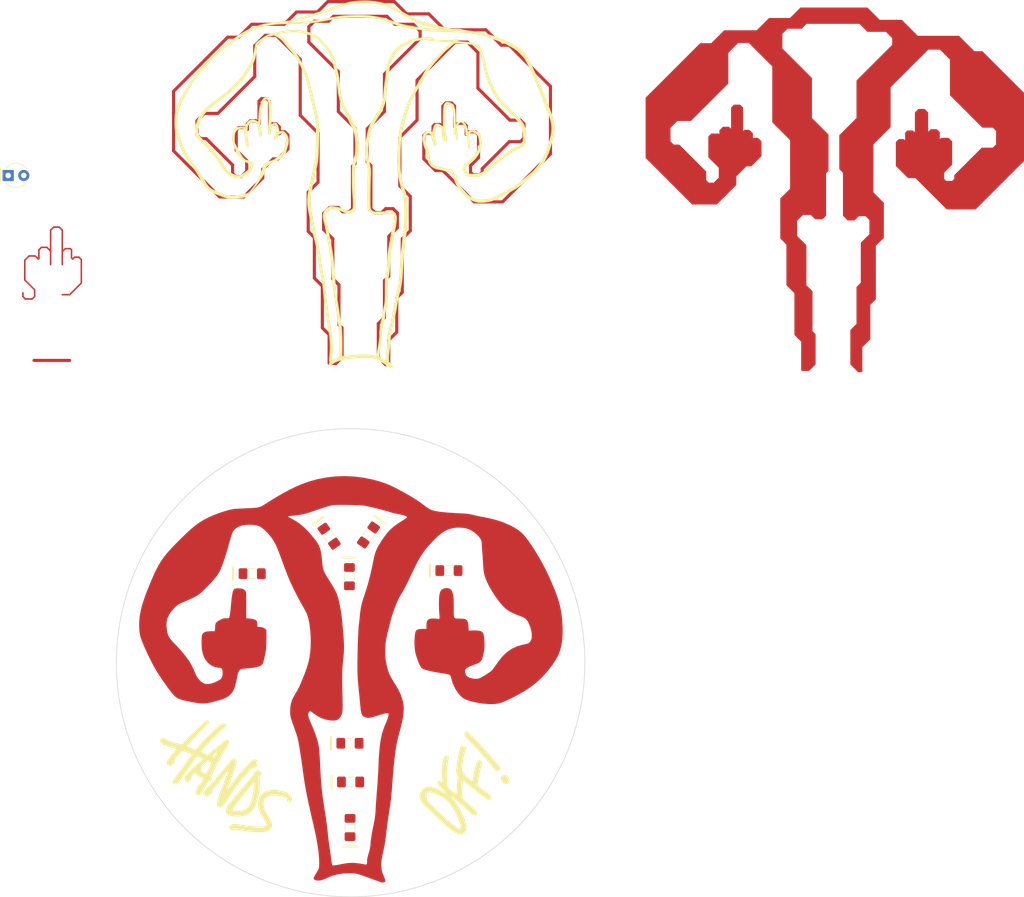
<source format=kicad_pcb>
(kicad_pcb (version 20240108) (generator "pcbnew") (generator_version "8.0")
  (layers (0 "F.Cu" signal) (31 "B.Cu" signal) (34 "B.Paste" user) (35 "F.Paste" user) (36 "B.SilkS" user "B.Silkscreen") (37 "F.SilkS" user "F.Silkscreen") (38 "B.Mask" user) (39 "F.Mask" user) (44 "Edge.Cuts" user))
  (net 0 "")
  (footprint "FUterus:Hands" (layer "F.Cu") (at 133.5 183.2 -45)
    (property "Reference" "G***" (hide yes))
    (property "Value" "LOGO" (hide yes))
  )
  (footprint "FUterus:VagArmsSM" (layer "F.Cu") (at 153.099999 163.900002)
    (property "Reference" "G***" (hide yes))
    (property "Value" "LOGO" (hide yes))
  )
  (footprint "Alpenglow:LED_1206+" (layer "F.Cu") (at 156.5 143.3 -125)
    (property "Reference" "D7" (hide yes))
    (property "Value" "LED")
  )
  (footprint "Alpenglow:LED_1206+" (layer "F.Cu") (at 137.5881 149.6)
    (property "Reference" "D6" (hide yes))
    (property "Value" "LED")
  )
  (footprint "Alpenglow:LED_1206+" (layer "F.Cu") (at 153.5881 183.5)
    (property "Reference" "D1" (hide yes))
    (property "Value" "LED")
  )
  (footprint "FUterus:VagBadge" (layer "F.Cu") (at 155.899993 86.200005)
    (property "Reference" "G***" (hide yes))
    (property "Value" "LOGO" (hide yes))
  )
  (footprint "Alpenglow:LED_D3.0mm" (layer "F.Cu") (at 97.9 84.8)
    (property "Reference" "D1" (hide yes))
    (property "Value" "LED")
  )
  (footprint "Alpenglow:LED_1206+" (layer "F.Cu") (at 153.4881 177.2)
    (property "Reference" "D3" (hide yes))
    (property "Value" "LED")
  )
  (footprint "FUterus:Off" (layer "F.Cu") (at 171.2 183.6 45)
    (property "Reference" "G***" (hide yes))
    (property "Value" "LOGO" (hide yes))
  )
  (footprint "Alpenglow:LED_1206+" (layer "F.Cu") (at 153.5 190.9119 90)
    (property "Reference" "D4" (hide yes))
    (property "Value" "LED")
  )
  (footprint "Alpenglow:LED_1206+" (layer "F.Cu") (at 153.4 150.0881 -90)
    (property "Reference" "D8" (hide yes))
    (property "Value" "LED")
  )
  (footprint "Alpenglow:LED_1206+" (layer "F.Cu") (at 169.5881 149.1)
    (property "Reference" "D5" (hide yes))
    (property "Value" "LED")
  )
  (footprint "FUterus:VagArmsCU" (layer "F.Cu") (at 153.1 163.8)
    (property "Reference" "G***" (hide yes))
    (property "Value" "LOGO" (hide yes))
  )
  (footprint "Alpenglow:LED_1206+" (layer "F.Cu") (at 150.1 143.5 -55)
    (property "Reference" "D2" (hide yes))
    (property "Value" "LED")
  )
  (gr_line (start 102.100006 114.9) (end 107.899995 114.9) (stroke (width 0.508)) (layer "F.Cu"))
  (gr_poly (pts (xy 225.2 59.3) (xy 221.7 59.3) (xy 219.7 61.3) (xy 214.4 61.3) (xy 212.3 63.4) (xy 210.5 63.4) (xy 201.7 72.2) (xy 201.7 81.9) (xy 209.2 89.4) (xy 213.1 89.4) (xy 216.2 86.3) (xy 216.2 84.9) (xy 217.9 83.2) (xy 218.7 83.2) (xy 220.3 81.6) (xy 220.3 79.3) (xy 219.8 78.8) (xy 219.2 78.8) (xy 218.9 79.1) (xy 218.9 78) (xy 218.4 77.5) (xy 217.7 77.5) (xy 217.3 77.9) (xy 217.3 73.8) (xy 216.9 73.4) (xy 216 73.4) (xy 215.6 73.8) (xy 215.6 77.5) (xy 215.1 77) (xy 214.2 77) (xy 213.7 77.5) (xy 213.7 78.4) (xy 213.4 78.1) (xy 212.3 78.1) (xy 211.9 78.5) (xy 211.9 81.8) (xy 213.6 83.5) (xy 213.6 85.2) (xy 212.7 86.1) (xy 211.8 86.1) (xy 211.3 85.6) (xy 211.3 84.2) (xy 207 79.9) (xy 206.1 79.9) (xy 205.5 79.3) (xy 205.5 77) (xy 206.7 75.8) (xy 208.9 75.8) (xy 214.9 69.8) (xy 214.9 64.8) (xy 216.6 63.1) (xy 218.4 63.1) (xy 222.3 67) (xy 222.3 76.1) (xy 225.2 79) (xy 225.2 87) (xy 223.6 88.6) (xy 223.6 95) (xy 224.6 96) (xy 224.6 102.6) (xy 225.9 103.9) (xy 225.9 110.7) (xy 227 111.8) (xy 227 116.4) (xy 227.1 116.5) (xy 228.1 116.5) (xy 229.1 115.5) (xy 229.1 110.7) (xy 228.6 110.2) (xy 228.6 103.7) (xy 227.6 102.7) (xy 227.6 96.2) (xy 226.1 94.7) (xy 226.1 92.1) (xy 227.1 91.1) (xy 228.5 91.1) (xy 229.2 91.8) (xy 230.3 91.8) (xy 230.8 91.3) (xy 230.8 84.4) (xy 231.2 84) (xy 231.2 78.2) (xy 228.5 75.5) (xy 228.5 69) (xy 223.7 64.2) (xy 223.7 61.7) (xy 224.6 60.8) (xy 226.9 60.8) (xy 227.7 60) (xy 236.4 60) (xy 237.7 61.3) (xy 240.7 61.3) (xy 241.8 62.4) (xy 241.8 63.6) (xy 236 69.4) (xy 236 75.5) (xy 233.2 78.3) (xy 233.2 83.7) (xy 233.8 84.3) (xy 233.8 91.3) (xy 234.5 92) (xy 235.5 92) (xy 236.2 91.3) (xy 237.4 91.3) (xy 238.1 92) (xy 238.1 94.4) (xy 236.7 95.8) (xy 236.7 102.3) (xy 236 103) (xy 236 109) (xy 235 110) (xy 235 115.5) (xy 236.2 116.7) (xy 236.7 116.7) (xy 236.7 112.7) (xy 238 111.4) (xy 238 105.8) (xy 238.9 104.9) (xy 238.9 96.2) (xy 240.2 94.9) (xy 240.2 89.3) (xy 238.5 87.6) (xy 238.5 79.7) (xy 241.3 76.9) (xy 241.3 70.4) (xy 247.5 64.2) (xy 249.5 64.2) (xy 251.2 65.9) (xy 251.2 71.7) (xy 256.4 76.9) (xy 258.1 76.9) (xy 258.7 77.5) (xy 258.7 79.8) (xy 258.1 80.4) (xy 256.3 80.4) (xy 251.9 84.8) (xy 251.9 85.4) (xy 251.5 85.8) (xy 250.4 85.8) (xy 250 85.4) (xy 250 84.3) (xy 251.3 83) (xy 251.3 79.3) (xy 250.8 78.8) (xy 249.7 78.8) (xy 249.3 79.2) (xy 249.3 77.8) (xy 248.9 77.4) (xy 248 77.4) (xy 247.4 78) (xy 247.4 74.6) (xy 246.9 74.1) (xy 246 74.1) (xy 245.5 74.6) (xy 245.5 78.1) (xy 245 77.6) (xy 244.2 77.6) (xy 243.9 77.9) (xy 243.9 79.4) (xy 243.5 79) (xy 242.8 79) (xy 242.4 79.4) (xy 242.4 83.2) (xy 244.3 85.1) (xy 245.5 85.1) (xy 250.6 90.2) (xy 255.2 90.2) (xy 263 82.4) (xy 263 71.4) (xy 256.3 64.7) (xy 255 64.7) (xy 252.5 62.2) (xy 245.8 62.2) (xy 243.2 59.6) (xy 239.6 59.6) (xy 237.6 57.6) (xy 226.8 57.6) (xy 225.1 59.3)) (stroke (width 0.254)) (fill solid) (layer "F.Cu"))
  (gr_circle (center 153.6 164.1) (end 191.7 164.1) (stroke (width 0.1)) (fill none) (layer "Edge.Cuts"))
  (segment (start 167.3 76.5) (end 168.1 76.5) (width 0.508) (layer "F.Cu") (net 0))
  (segment (start 186.1 70.3) (end 186.1 81.3) (width 0.508) (layer "F.Cu") (net 0))
  (segment (start 159.5 58.9) (end 150.8 58.9) (width 0.508) (layer "F.Cu") (net 0))
  (segment (start 151.7 102.6) (end 151.7 109.1) (width 0.508) (layer "F.Cu") (net 0))
  (segment (start 102.8 98.4) (end 102.9 98.3) (width 0.25) (layer "F.Cu") (net 0))
  (segment (start 163.3 88.2) (end 163.3 93.8) (width 0.508) (layer "F.Cu") (net 0))
  (segment (start 109.4 98.1) (end 108.7 98.1) (width 0.25) (layer "F.Cu") (net 0))
  (segment (start 158.1 108.9) (end 159.1 107.9) (width 0.508) (layer "F.Cu") (net 0))
  (segment (start 161.6 78.6) (end 161.6 86.5) (width 0.508) (layer "F.Cu") (net 0))
  (segment (start 159.1 101.9) (end 159.8 101.2) (width 0.508) (layer "F.Cu") (net 0))
  (segment (start 150.2 90) (end 149.2 91) (width 0.508) (layer "F.Cu") (net 0))
  (segment (start 168.6 73.5) (end 169.1 73) (width 0.508) (layer "F.Cu") (net 0))
  (segment (start 150.1 115.3) (end 150.1 110.7) (width 0.508) (layer "F.Cu") (net 0))
  (segment (start 170.5 73.5) (end 170.5 76.9) (width 0.508) (layer "F.Cu") (net 0))
  (segment (start 104.8 97.1) (end 104.8 97.2) (width 0.25) (layer "F.Cu") (net 0))
  (segment (start 181.2 79.3) (end 181.8 78.7) (width 0.508) (layer "F.Cu") (net 0))
  (segment (start 152.2 109.6) (end 152.2 114.4) (width 0.508) (layer "F.Cu") (net 0))
  (segment (start 172 76.3) (end 172.4 76.7) (width 0.508) (layer "F.Cu") (net 0))
  (segment (start 100.3 104.5) (end 100.7 104.9) (width 0.25) (layer "F.Cu") (net 0))
  (segment (start 156.9 83.2) (end 156.3 82.6) (width 0.508) (layer "F.Cu") (net 0))
  (segment (start 171.1 76.3) (end 172 76.3) (width 0.508) (layer "F.Cu") (net 0))
  (segment (start 167 78.3) (end 167 76.8) (width 0.508) (layer "F.Cu") (net 0))
  (segment (start 143.4 78.2) (end 143.4 80.5) (width 0.508) (layer "F.Cu") (net 0))
  (segment (start 164.9 62.5) (end 164.9 61.3) (width 0.508) (layer "F.Cu") (net 0))
  (segment (start 138 63.7) (end 138 68.7) (width 0.508) (layer "F.Cu") (net 0))
  (segment (start 135 77.4) (end 135.4 77) (width 0.508) (layer "F.Cu") (net 0))
  (segment (start 153.9 90.2) (end 153.4 90.7) (width 0.508) (layer "F.Cu") (net 0))
  (segment (start 165.5 82.1) (end 165.5 78.3) (width 0.508) (layer "F.Cu") (net 0))
  (segment (start 167 76.8) (end 167.3 76.5) (width 0.508) (layer "F.Cu") (net 0))
  (segment (start 146.8 63.1) (end 151.6 67.9) (width 0.508) (layer "F.Cu") (net 0))
  (segment (start 144.8 58.2) (end 148.2 58.2) (width 0.508) (layer "F.Cu") (net 0))
  (segment (start 130.1 78.8) (end 134.4 83.1) (width 0.508) (layer "F.Cu") (net 0))
  (segment (start 156.3 82.6) (end 156.3 77.2) (width 0.508) (layer "F.Cu") (net 0))
  (segment (start 165.5 78.3) (end 165.9 77.9) (width 0.508) (layer "F.Cu") (net 0))
  (segment (start 151.6 90) (end 150.2 90) (width 0.508) (layer "F.Cu") (net 0))
  (segment (start 150.8 58.9) (end 150 59.7) (width 0.508) (layer "F.Cu") (net 0))
  (segment (start 174.3 70.6) (end 174.3 64.8) (width 0.508) (layer "F.Cu") (net 0))
  (segment (start 175.6 61.1) (end 178.1 63.6) (width 0.508) (layer "F.Cu") (net 0))
  (segment (start 148.2 58.2) (end 148.3 58.2) (width 0.508) (layer "F.Cu") (net 0))
  (segment (start 124.8 80.8) (end 124.8 71.1) (width 0.508) (layer "F.Cu") (net 0))
  (segment (start 162 95.1) (end 162 103.8) (width 0.508) (layer "F.Cu") (net 0))
  (segment (start 163.3 93.8) (end 162 95.1) (width 0.508) (layer "F.Cu") (net 0))
  (segment (start 151.6 67.9) (end 151.6 74.4) (width 0.508) (layer "F.Cu") (net 0))
  (segment (start 159.8 101.2) (end 159.8 94.7) (width 0.508) (layer "F.Cu") (net 0))
  (segment (start 174.6 84.7) (end 175 84.3) (width 0.508) (layer "F.Cu") (net 0))
  (segment (start 150.1 110.7) (end 149 109.6) (width 0.508) (layer "F.Cu") (net 0))
  (segment (start 172.4 78.1) (end 172.8 77.7) (width 0.508) (layer "F.Cu") (net 0))
  (segment (start 161.2 93.3) (end 161.2 90.9) (width 0.508) (layer "F.Cu") (net 0))
  (segment (start 175 84.3) (end 175 83.7) (width 0.508) (layer "F.Cu") (net 0))
  (segment (start 159.8 94.7) (end 161.2 93.3) (width 0.508) (layer "F.Cu") (net 0))
  (segment (start 147.7 94.9) (end 146.7 93.9) (width 0.508) (layer "F.Cu") (net 0))
  (segment (start 150.7 101.6) (end 151.7 102.6) (width 0.508) (layer "F.Cu") (net 0))
  (segment (start 158.6 90.9) (end 157.6 90.9) (width 0.508) (layer "F.Cu") (net 0))
  (segment (start 164.4 75.8) (end 161.6 78.6) (width 0.508) (layer "F.Cu") (net 0))
  (segment (start 150 59.7) (end 147.7 59.7) (width 0.508) (layer "F.Cu") (net 0))
  (segment (start 173.9 77.7) (end 174.4 78.2) (width 0.508) (layer "F.Cu") (net 0))
  (segment (start 149.9 56.5) (end 160.7 56.5) (width 0.508) (layer "F.Cu") (net 0))
  (segment (start 108.4 98.4) (end 108.2 98.2) (width 0.25) (layer "F.Cu") (net 0))
  (segment (start 151.6 74.4) (end 154.3 77.1) (width 0.508) (layer "F.Cu") (net 0))
  (segment (start 172.6 63.1) (end 170.6 63.1) (width 0.508) (layer "F.Cu") (net 0))
  (segment (start 152.3 90.7) (end 151.6 90) (width 0.508) (layer "F.Cu") (net 0))
  (segment (start 124.8 71.1) (end 133.6 62.3) (width 0.508) (layer "F.Cu") (net 0))
  (segment (start 134.4 84.5) (end 134.9 85) (width 0.508) (layer "F.Cu") (net 0))
  (segment (start 159.1 107.9) (end 159.1 101.9) (width 0.508) (layer "F.Cu") (net 0))
  (segment (start 104.8 93.7) (end 104.8 97.2) (width 0.25) (layer "F.Cu") (net 0))
  (segment (start 142.9 77.7) (end 143.4 78.2) (width 0.508) (layer "F.Cu") (net 0))
  (segment (start 162 103.8) (end 161.1 104.7) (width 0.508) (layer "F.Cu") (net 0))
  (segment (start 100.3 103.9) (end 100.3 104.5) (width 0.25) (layer "F.Cu") (net 0))
  (segment (start 139.3 83.8) (end 139.3 85.2) (width 0.508) (layer "F.Cu") (net 0))
  (segment (start 175 83.7) (end 179.4 79.3) (width 0.508) (layer "F.Cu") (net 0))
  (segment (start 129.8 74.7) (end 128.6 75.9) (width 0.508) (layer "F.Cu") (net 0))
  (segment (start 146.7 87.5) (end 148.3 85.9) (width 0.508) (layer "F.Cu") (net 0))
  (segment (start 151.7 109.1) (end 152.2 109.6) (width 0.508) (layer "F.Cu") (net 0))
  (segment (start 135 80.7) (end 135 77.4) (width 0.508) (layer "F.Cu") (net 0))
  (segment (start 181.8 78.7) (end 181.8 76.4) (width 0.508) (layer "F.Cu") (net 0))
  (segment (start 128.6 75.9) (end 128.6 78.2) (width 0.508) (layer "F.Cu") (net 0))
  (segment (start 139.7 62) (end 138 63.7) (width 0.508) (layer "F.Cu") (net 0))
  (segment (start 168.9 61.1) (end 175.6 61.1) (width 0.508) (layer "F.Cu") (net 0))
  (segment (start 166.3 58.5) (end 168.9 61.1) (width 0.508) (layer "F.Cu") (net 0))
  (segment (start 108.2 96.9) (end 108 96.7) (width 0.25) (layer "F.Cu") (net 0))
  (segment (start 148.3 77.9) (end 145.4 75) (width 0.508) (layer "F.Cu") (net 0))
  (segment (start 101.8 104.9) (end 102.2 104.5) (width 0.25) (layer "F.Cu") (net 0))
  (segment (start 172.4 76.7) (end 172.4 78.1) (width 0.508) (layer "F.Cu") (net 0))
  (segment (start 136.5 77) (end 136.8 77.3) (width 0.508) (layer "F.Cu") (net 0))
  (segment (start 102.9 96.9) (end 103.3 96.5) (width 0.25) (layer "F.Cu") (net 0))
  (segment (start 158.1 114.4) (end 158.1 108.9) (width 0.508) (layer "F.Cu") (net 0))
  (segment (start 106.2 93.2) (end 105.3 93.2) (width 0.25) (layer "F.Cu") (net 0))
  (segment (start 128.6 78.2) (end 129.2 78.8) (width 0.508) (layer "F.Cu") (net 0))
  (segment (start 106.7 93.7) (end 106.2 93.2) (width 0.25) (layer "F.Cu") (net 0))
  (segment (start 138.7 72.7) (end 139.1 72.3) (width 0.508) (layer "F.Cu") (net 0))
  (segment (start 159.3 115.6) (end 158.1 114.4) (width 0.508) (layer "F.Cu") (net 0))
  (segment (start 108.2 98.2) (end 108.2 96.9) (width 0.25) (layer "F.Cu") (net 0))
  (segment (start 140.8 76.4) (end 141.5 76.4) (width 0.508) (layer "F.Cu") (net 0))
  (segment (start 157.6 90.9) (end 156.9 90.2) (width 0.508) (layer "F.Cu") (net 0))
  (segment (start 149.2 93.6) (end 150.7 95.1) (width 0.508) (layer "F.Cu") (net 0))
  (segment (start 163.8 60.2) (end 160.8 60.2) (width 0.508) (layer "F.Cu") (net 0))
  (segment (start 147.7 59.7) (end 146.8 60.6) (width 0.508) (layer "F.Cu") (net 0))
  (segment (start 102.3 97.9) (end 102.8 98.4) (width 0.25) (layer "F.Cu") (net 0))
  (segment (start 109.8 102.3) (end 109.8 98.5) (width 0.25) (layer "F.Cu") (net 0))
  (segment (start 142 76.9) (end 142 78) (width 0.508) (layer "F.Cu") (net 0))
  (segment (start 174.3 64.8) (end 172.6 63.1) (width 0.508) (layer "F.Cu") (net 0))
  (segment (start 159.1 68.3) (end 164.9 62.5) (width 0.508) (layer "F.Cu") (net 0))
  (segment (start 160.8 60.2) (end 159.5 58.9) (width 0.508) (layer "F.Cu") (net 0))
  (segment (start 135.4 77) (end 136.5 77) (width 0.508) (layer "F.Cu") (net 0))
  (segment (start 148.3 85.9) (end 148.3 77.9) (width 0.508) (layer "F.Cu") (net 0))
  (segment (start 108 96.7) (end 107.2 96.7) (width 0.25) (layer "F.Cu") (net 0))
  (segment (start 103.3 96.5) (end 104.2 96.5) (width 0.25) (layer "F.Cu") (net 0))
  (segment (start 142.3 77.7) (end 142.9 77.7) (width 0.508) (layer "F.Cu") (net 0))
  (segment (start 141.5 76.4) (end 142 76.9) (width 0.508) (layer "F.Cu") (net 0))
  (segment (start 133.6 62.3) (end 135.4 62.3) (width 0.508) (layer "F.Cu") (net 0))
  (segment (start 168.6 84) (end 167.4 84) (width 0.508) (layer "F.Cu") (net 0))
  (segment (start 159.1 74.4) (end 159.1 68.3) (width 0.508) (layer "F.Cu") (net 0))
  (segment (start 141.5 62) (end 139.7 62) (width 0.508) (layer "F.Cu") (net 0))
  (segment (start 136.2 88.3) (end 132.3 88.3) (width 0.508) (layer "F.Cu") (net 0))
  (segment (start 161.1 104.7) (end 161.1 110.3) (width 0.508) (layer "F.Cu") (net 0))
  (segment (start 165.9 77.9) (end 166.6 77.9) (width 0.508) (layer "F.Cu") (net 0))
  (segment (start 101.3 97.9) (end 102.3 97.9) (width 0.25) (layer "F.Cu") (net 0))
  (segment (start 135.8 85) (end 136.7 84.1) (width 0.508) (layer "F.Cu") (net 0))
  (segment (start 172.8 77.7) (end 173.9 77.7) (width 0.508) (layer "F.Cu") (net 0))
  (segment (start 167.4 84) (end 165.5 82.1) (width 0.508) (layer "F.Cu") (net 0))
  (segment (start 168.1 76.5) (end 168.6 77) (width 0.508) (layer "F.Cu") (net 0))
  (segment (start 107.9 104.2) (end 109.8 102.3) (width 0.25) (layer "F.Cu") (net 0))
  (segment (start 106.7 97.2) (end 106.7 93.7) (width 0.25) (layer "F.Cu") (net 0))
  (segment (start 159.8 111.6) (end 159.8 115.6) (width 0.508) (layer "F.Cu") (net 0))
  (segment (start 164.9 61.3) (end 163.8 60.2) (width 0.508) (layer "F.Cu") (net 0))
  (segment (start 134.9 85) (end 135.8 85) (width 0.508) (layer "F.Cu") (net 0))
  (segment (start 108.7 98.1) (end 108.4 98.4) (width 0.25) (layer "F.Cu") (net 0))
  (segment (start 149 102.8) (end 147.7 101.5) (width 0.508) (layer "F.Cu") (net 0))
  (segment (start 164.4 69.3) (end 164.4 75.8) (width 0.508) (layer "F.Cu") (net 0))
  (segment (start 146.7 93.9) (end 146.7 87.5) (width 0.508) (layer "F.Cu") (net 0))
  (segment (start 160.7 56.5) (end 162.7 58.5) (width 0.508) (layer "F.Cu") (net 0))
  (segment (start 104.2 96.5) (end 104.8 97.1) (width 0.25) (layer "F.Cu") (net 0))
  (segment (start 178.1 63.6) (end 179.4 63.6) (width 0.508) (layer "F.Cu") (net 0))
  (segment (start 139.3 85.2) (end 136.2 88.3) (width 0.508) (layer "F.Cu") (net 0))
  (segment (start 102.9 98.3) (end 102.9 96.9) (width 0.25) (layer "F.Cu") (net 0))
  (segment (start 149 109.6) (end 149 102.8) (width 0.508) (layer "F.Cu") (net 0))
  (segment (start 153.9 83.3) (end 153.9 90.2) (width 0.508) (layer "F.Cu") (net 0))
  (segment (start 137.3 75.9) (end 138.2 75.9) (width 0.508) (layer "F.Cu") (net 0))
  (segment (start 142 78) (end 142.3 77.7) (width 0.508) (layer "F.Cu") (net 0))
  (segment (start 143.4 80.5) (end 141.8 82.1) (width 0.508) (layer "F.Cu") (net 0))
  (segment (start 136.8 77.3) (end 136.8 76.4) (width 0.508) (layer "F.Cu") (net 0))
  (segment (start 145.4 75) (end 145.4 65.9) (width 0.508) (layer "F.Cu") (net 0))
  (segment (start 145.4 65.9) (end 141.5 62) (width 0.508) (layer "F.Cu") (net 0))
  (segment (start 109.8 98.5) (end 109.4 98.1) (width 0.25) (layer "F.Cu") (net 0))
  (segment (start 138.2 75.9) (end 138.7 76.4) (width 0.508) (layer "F.Cu") (net 0))
  (segment (start 156.9 90.2) (end 156.9 83.2) (width 0.508) (layer "F.Cu") (net 0))
  (segment (start 104.8 97.2) (end 104.8 99.3) (width 0.25) (layer "F.Cu") (net 0))
  (segment (start 161.2 90.9) (end 160.5 90.2) (width 0.508) (layer "F.Cu") (net 0))
  (segment (start 100.6 101.8) (end 100.6 98.6) (width 0.25) (layer "F.Cu") (net 0))
  (segment (start 107.2 96.7) (end 106.7 97.2) (width 0.25) (layer "F.Cu") (net 0))
  (segment (start 154.3 82.9) (end 153.9 83.3) (width 0.508) (layer "F.Cu") (net 0))
  (segment (start 154.3 77.1) (end 154.3 82.9) (width 0.508) (layer "F.Cu") (net 0))
  (segment (start 173.1 83.2) (end 173.1 84.3) (width 0.508) (layer "F.Cu") (net 0))
  (segment (start 169.1 73) (end 170 73) (width 0.508) (layer "F.Cu") (net 0))
  (segment (start 132 74.7) (end 129.8 74.7) (width 0.508) (layer "F.Cu") (net 0))
  (segment (start 129.2 78.8) (end 130.1 78.8) (width 0.508) (layer "F.Cu") (net 0))
  (segment (start 170 73) (end 170.5 73.5) (width 0.508) (layer "F.Cu") (net 0))
  (segment (start 156.3 77.2) (end 159.1 74.4) (width 0.508) (layer "F.Cu") (net 0))
  (segment (start 161.6 86.5) (end 163.3 88.2) (width 0.508) (layer "F.Cu") (net 0))
  (segment (start 174.4 81.9) (end 173.1 83.2) (width 0.508) (layer "F.Cu") (net 0))
  (segment (start 138 68.7) (end 132 74.7) (width 0.508) (layer "F.Cu") (net 0))
  (segment (start 170.6 63.1) (end 164.4 69.3) (width 0.508) (layer "F.Cu") (net 0))
  (segment (start 132.3 88.3) (end 124.8 80.8) (width 0.508) (layer "F.Cu") (net 0))
  (segment (start 136.7 84.1) (end 136.7 82.4) (width 0.508) (layer "F.Cu") (net 0))
  (segment (start 181.2 75.8) (end 179.5 75.8) (width 0.508) (layer "F.Cu") (net 0))
  (segment (start 141.8 82.1) (end 141 82.1) (width 0.508) (layer "F.Cu") (net 0))
  (segment (start 159.8 115.6) (end 159.3 115.6) (width 0.508) (layer "F.Cu") (net 0))
  (segment (start 170.5 76.9) (end 171.1 76.3) (width 0.508) (layer "F.Cu") (net 0))
  (segment (start 102.2 104.5) (end 102.2 103.4) (width 0.25) (layer "F.Cu") (net 0))
  (segment (start 173.1 84.3) (end 173.5 84.7) (width 0.508) (layer "F.Cu") (net 0))
  (segment (start 178.3 89.1) (end 173.7 89.1) (width 0.508) (layer "F.Cu") (net 0))
  (segment (start 141 82.1) (end 139.3 83.8) (width 0.508) (layer "F.Cu") (net 0))
  (segment (start 138.7 76.4) (end 138.7 72.7) (width 0.508) (layer "F.Cu") (net 0))
  (segment (start 140.4 72.7) (end 140.4 76.8) (width 0.508) (layer "F.Cu") (net 0))
  (segment (start 142.8 60.2) (end 144.8 58.2) (width 0.508) (layer "F.Cu") (net 0))
  (segment (start 186.1 81.3) (end 178.3 89.1) (width 0.508) (layer "F.Cu") (net 0))
  (segment (start 149.2 91) (end 149.2 93.6) (width 0.508) (layer "F.Cu") (net 0))
  (segment (start 146.8 60.6) (end 146.8 63.1) (width 0.508) (layer "F.Cu") (net 0))
  (segment (start 100.7 104.9) (end 101.8 104.9) (width 0.25) (layer "F.Cu") (net 0))
  (segment (start 135.4 62.3) (end 137.5 60.2) (width 0.508) (layer "F.Cu") (net 0))
  (segment (start 140.4 76.8) (end 140.8 76.4) (width 0.508) (layer "F.Cu") (net 0))
  (segment (start 179.4 63.6) (end 186.1 70.3) (width 0.508) (layer "F.Cu") (net 0))
  (segment (start 181.8 76.4) (end 181.2 75.8) (width 0.508) (layer "F.Cu") (net 0))
  (segment (start 173.7 89.1) (end 168.6 84) (width 0.508) (layer "F.Cu") (net 0))
  (segment (start 179.4 79.3) (end 181.2 79.3) (width 0.508) (layer "F.Cu") (net 0))
  (segment (start 150.2 115.4) (end 150.1 115.3) (width 0.508) (layer "F.Cu") (net 0))
  (segment (start 102.2 103.4) (end 100.6 101.8) (width 0.25) (layer "F.Cu") (net 0))
  (segment (start 173.5 84.7) (end 174.6 84.7) (width 0.508) (layer "F.Cu") (net 0))
  (segment (start 151.2 115.4) (end 150.2 115.4) (width 0.508) (layer "F.Cu") (net 0))
  (segment (start 148.2 58.2) (end 149.9 56.5) (width 0.508) (layer "F.Cu") (net 0))
  (segment (start 106.7 97.2) (end 106.7 99.3) (width 0.25) (layer "F.Cu") (net 0))
  (segment (start 147.7 101.5) (end 147.7 94.9) (width 0.508) (layer "F.Cu") (net 0))
  (segment (start 152.2 114.4) (end 151.2 115.4) (width 0.508) (layer "F.Cu") (net 0))
  (segment (start 166.6 77.9) (end 167 78.3) (width 0.508) (layer "F.Cu") (net 0))
  (segment (start 168.6 77) (end 168.6 73.5) (width 0.508) (layer "F.Cu") (net 0))
  (segment (start 161.1 110.3) (end 159.8 111.6) (width 0.508) (layer "F.Cu") (net 0))
  (segment (start 159.3 90.2) (end 158.6 90.9) (width 0.508) (layer "F.Cu") (net 0))
  (segment (start 100.6 98.6) (end 101.3 97.9) (width 0.25) (layer "F.Cu") (net 0))
  (segment (start 174.4 78.2) (end 174.4 81.9) (width 0.508) (layer "F.Cu") (net 0))
  (segment (start 150.7 95.1) (end 150.7 101.6) (width 0.508) (layer "F.Cu") (net 0))
  (segment (start 136.8 76.4) (end 137.3 75.9) (width 0.508) (layer "F.Cu") (net 0))
  (segment (start 162.7 58.5) (end 166.3 58.5) (width 0.508) (layer "F.Cu") (net 0))
  (segment (start 153.4 90.7) (end 152.3 90.7) (width 0.508) (layer "F.Cu") (net 0))
  (segment (start 139.1 72.3) (end 140 72.3) (width 0.508) (layer "F.Cu") (net 0))
  (segment (start 137.5 60.2) (end 142.8 60.2) (width 0.508) (layer "F.Cu") (net 0))
  (segment (start 136.7 82.4) (end 135 80.7) (width 0.508) (layer "F.Cu") (net 0))
  (segment (start 160.5 90.2) (end 159.3 90.2) (width 0.508) (layer "F.Cu") (net 0))
  (segment (start 106.7 104.2) (end 107.9 104.2) (width 0.25) (layer "F.Cu") (net 0))
  (segment (start 134.4 83.1) (end 134.4 84.5) (width 0.508) (layer "F.Cu") (net 0))
  (segment (start 105.3 93.2) (end 104.8 93.7) (width 0.25) (layer "F.Cu") (net 0))
  (segment (start 179.5 75.8) (end 174.3 70.6) (width 0.508) (layer "F.Cu") (net 0))
  (segment (start 140 72.3) (end 140.4 72.7) (width 0.508) (layer "F.Cu") (net 0))
)
</source>
